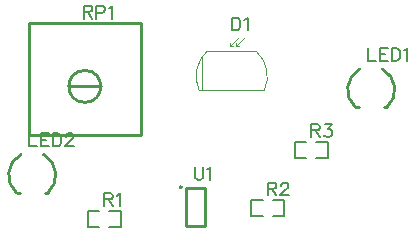
<source format=gto>
G04 Layer: TopSilkscreenLayer*
G04 EasyEDA v6.4.31, 2022-01-30 11:59:04*
G04 67aa8dcb152247358fa929708868e3bd,10*
G04 Gerber Generator version 0.2*
G04 Scale: 100 percent, Rotated: No, Reflected: No *
G04 Dimensions in millimeters *
G04 leading zeros omitted , absolute positions ,4 integer and 5 decimal *
%FSLAX45Y45*%
%MOMM*%

%ADD10C,0.2540*%
%ADD19C,0.1200*%
%ADD20C,0.1524*%

%LPD*%
D20*
X2490203Y4725415D02*
G01*
X2490203Y4616450D01*
X2490203Y4725415D02*
G01*
X2526525Y4725415D01*
X2542273Y4720336D01*
X2552433Y4709921D01*
X2557767Y4699507D01*
X2562847Y4683760D01*
X2562847Y4657852D01*
X2557767Y4642357D01*
X2552433Y4631944D01*
X2542273Y4621529D01*
X2526525Y4616450D01*
X2490203Y4616450D01*
X2597137Y4704587D02*
G01*
X2607551Y4709921D01*
X2623299Y4725415D01*
X2623299Y4616450D01*
X3644900Y4468368D02*
G01*
X3644900Y4359402D01*
X3644900Y4359402D02*
G01*
X3707129Y4359402D01*
X3741420Y4468368D02*
G01*
X3741420Y4359402D01*
X3741420Y4468368D02*
G01*
X3808984Y4468368D01*
X3741420Y4416552D02*
G01*
X3783075Y4416552D01*
X3741420Y4359402D02*
G01*
X3808984Y4359402D01*
X3843274Y4468368D02*
G01*
X3843274Y4359402D01*
X3843274Y4468368D02*
G01*
X3879850Y4468368D01*
X3895343Y4463287D01*
X3905758Y4452873D01*
X3910838Y4442460D01*
X3916172Y4426712D01*
X3916172Y4400804D01*
X3910838Y4385310D01*
X3905758Y4374895D01*
X3895343Y4364481D01*
X3879850Y4359402D01*
X3843274Y4359402D01*
X3950461Y4447539D02*
G01*
X3960875Y4452873D01*
X3976370Y4468368D01*
X3976370Y4359402D01*
X774700Y3744468D02*
G01*
X774700Y3635502D01*
X774700Y3635502D02*
G01*
X836929Y3635502D01*
X871220Y3744468D02*
G01*
X871220Y3635502D01*
X871220Y3744468D02*
G01*
X938784Y3744468D01*
X871220Y3692652D02*
G01*
X912876Y3692652D01*
X871220Y3635502D02*
G01*
X938784Y3635502D01*
X973073Y3744468D02*
G01*
X973073Y3635502D01*
X973073Y3744468D02*
G01*
X1009650Y3744468D01*
X1025144Y3739387D01*
X1035557Y3728973D01*
X1040637Y3718560D01*
X1045971Y3702812D01*
X1045971Y3676904D01*
X1040637Y3661410D01*
X1035557Y3650995D01*
X1025144Y3640581D01*
X1009650Y3635502D01*
X973073Y3635502D01*
X1085342Y3718560D02*
G01*
X1085342Y3723639D01*
X1090676Y3734054D01*
X1095755Y3739387D01*
X1106170Y3744468D01*
X1126997Y3744468D01*
X1137412Y3739387D01*
X1142492Y3734054D01*
X1147826Y3723639D01*
X1147826Y3713226D01*
X1142492Y3702812D01*
X1132078Y3687318D01*
X1080262Y3635502D01*
X1152905Y3635502D01*
X1409700Y3239515D02*
G01*
X1409700Y3130550D01*
X1409700Y3239515D02*
G01*
X1456436Y3239515D01*
X1471929Y3234436D01*
X1477263Y3229102D01*
X1482344Y3218687D01*
X1482344Y3208273D01*
X1477263Y3197860D01*
X1471929Y3192779D01*
X1456436Y3187700D01*
X1409700Y3187700D01*
X1446021Y3187700D02*
G01*
X1482344Y3130550D01*
X1516634Y3218687D02*
G01*
X1527047Y3224021D01*
X1542795Y3239515D01*
X1542795Y3130550D01*
X2794000Y3328415D02*
G01*
X2794000Y3219450D01*
X2794000Y3328415D02*
G01*
X2840736Y3328415D01*
X2856229Y3323336D01*
X2861563Y3318002D01*
X2866643Y3307587D01*
X2866643Y3297173D01*
X2861563Y3286760D01*
X2856229Y3281679D01*
X2840736Y3276600D01*
X2794000Y3276600D01*
X2830322Y3276600D02*
G01*
X2866643Y3219450D01*
X2906268Y3302507D02*
G01*
X2906268Y3307587D01*
X2911347Y3318002D01*
X2916681Y3323336D01*
X2927095Y3328415D01*
X2947670Y3328415D01*
X2958084Y3323336D01*
X2963418Y3318002D01*
X2968497Y3307587D01*
X2968497Y3297173D01*
X2963418Y3286760D01*
X2953004Y3271265D01*
X2900934Y3219450D01*
X2973831Y3219450D01*
X3162300Y3823715D02*
G01*
X3162300Y3714750D01*
X3162300Y3823715D02*
G01*
X3209036Y3823715D01*
X3224529Y3818636D01*
X3229863Y3813302D01*
X3234943Y3802887D01*
X3234943Y3792473D01*
X3229863Y3782060D01*
X3224529Y3776979D01*
X3209036Y3771900D01*
X3162300Y3771900D01*
X3198622Y3771900D02*
G01*
X3234943Y3714750D01*
X3279647Y3823715D02*
G01*
X3336797Y3823715D01*
X3305809Y3782060D01*
X3321304Y3782060D01*
X3331718Y3776979D01*
X3336797Y3771900D01*
X3342131Y3756152D01*
X3342131Y3745737D01*
X3336797Y3730244D01*
X3326384Y3719829D01*
X3310890Y3714750D01*
X3295395Y3714750D01*
X3279647Y3719829D01*
X3274568Y3724910D01*
X3269234Y3735323D01*
X1235900Y4824984D02*
G01*
X1235900Y4716018D01*
X1235900Y4824984D02*
G01*
X1282636Y4824984D01*
X1298130Y4819904D01*
X1303464Y4814570D01*
X1308544Y4804155D01*
X1308544Y4793742D01*
X1303464Y4783328D01*
X1298130Y4778247D01*
X1282636Y4773168D01*
X1235900Y4773168D01*
X1272222Y4773168D02*
G01*
X1308544Y4716018D01*
X1342834Y4824984D02*
G01*
X1342834Y4716018D01*
X1342834Y4824984D02*
G01*
X1389570Y4824984D01*
X1405318Y4819904D01*
X1410398Y4814570D01*
X1415732Y4804155D01*
X1415732Y4788662D01*
X1410398Y4778247D01*
X1405318Y4773168D01*
X1389570Y4767834D01*
X1342834Y4767834D01*
X1450022Y4804155D02*
G01*
X1460436Y4809489D01*
X1475930Y4824984D01*
X1475930Y4716018D01*
X2176005Y3461512D02*
G01*
X2176005Y3383534D01*
X2181085Y3368039D01*
X2191499Y3357626D01*
X2207247Y3352545D01*
X2217661Y3352545D01*
X2233155Y3357626D01*
X2243569Y3368039D01*
X2248649Y3383534D01*
X2248649Y3461512D01*
X2282939Y3440684D02*
G01*
X2293353Y3446018D01*
X2309101Y3461512D01*
X2309101Y3352545D01*
D19*
X2238235Y4379213D02*
G01*
X2238235Y4109212D01*
X2278113Y4439157D02*
G01*
X2698229Y4439157D01*
X2758173Y4109212D02*
G01*
X2218169Y4109212D01*
X2526271Y4513071D02*
G01*
X2526271Y4487163D01*
X2551163Y4487163D01*
X2475217Y4513071D02*
G01*
X2475217Y4487163D01*
X2501125Y4487163D01*
X2551163Y4564126D02*
G01*
X2475217Y4487163D01*
X2602217Y4564126D02*
G01*
X2526271Y4487163D01*
D10*
X3538011Y3964800D02*
G01*
X3565237Y3964800D01*
X3775362Y3964800D02*
G01*
X3802588Y3964800D01*
X667811Y3240900D02*
G01*
X695037Y3240900D01*
X905162Y3240900D02*
G01*
X932388Y3240900D01*
D20*
X1452321Y2956539D02*
G01*
X1548208Y2956539D01*
X1548208Y3088660D01*
X1452321Y3088660D01*
X1367078Y2956539D02*
G01*
X1271191Y2956539D01*
X1271191Y3088660D01*
X1367078Y3088660D01*
X2836621Y3045439D02*
G01*
X2932508Y3045439D01*
X2932508Y3177560D01*
X2836621Y3177560D01*
X2751378Y3045439D02*
G01*
X2655491Y3045439D01*
X2655491Y3177560D01*
X2751378Y3177560D01*
X3204921Y3540739D02*
G01*
X3300808Y3540739D01*
X3300808Y3672860D01*
X3204921Y3672860D01*
X3119678Y3540739D02*
G01*
X3023791Y3540739D01*
X3023791Y3672860D01*
X3119678Y3672860D01*
D10*
X1379948Y4143006D02*
G01*
X1108900Y4143006D01*
X772172Y4682083D02*
G01*
X1722183Y4682083D01*
X1722183Y3732072D01*
X772172Y3732072D01*
X772172Y4682083D01*
X2104400Y2964200D02*
G01*
X2264399Y2964200D01*
X2264399Y2964200D02*
G01*
X2264399Y3284199D01*
X2264399Y3284199D02*
G01*
X2104400Y3284199D01*
X2104400Y2964200D02*
G01*
X2104400Y3284199D01*
D19*
G75*
G01*
X2698204Y4439100D02*
G02*
X2764577Y4108801I-190000J-209999D01*
G75*
G01*
X2278205Y4439100D02*
G03*
X2214532Y4108366I199999J-210000D01*
D10*
G75*
G01*
X3574278Y4290240D02*
G03*
X3538012Y3964800I96022J-175441D01*
G75*
G01*
X3802588Y3964800D02*
G03*
X3766322Y4290240I-132288J149999D01*
G75*
G01*
X704078Y3566340D02*
G03*
X667812Y3240900I96022J-175441D01*
G75*
G01*
X932388Y3240900D02*
G03*
X896122Y3566340I-132288J149999D01*
G75*
G01*
X1244536Y4278389D02*
G03*
X1247076Y4278389I1270J-135343D01*
G75*
G01
X2063763Y3289300D02*
G03X2063763Y3289300I-6350J0D01*
M02*

</source>
